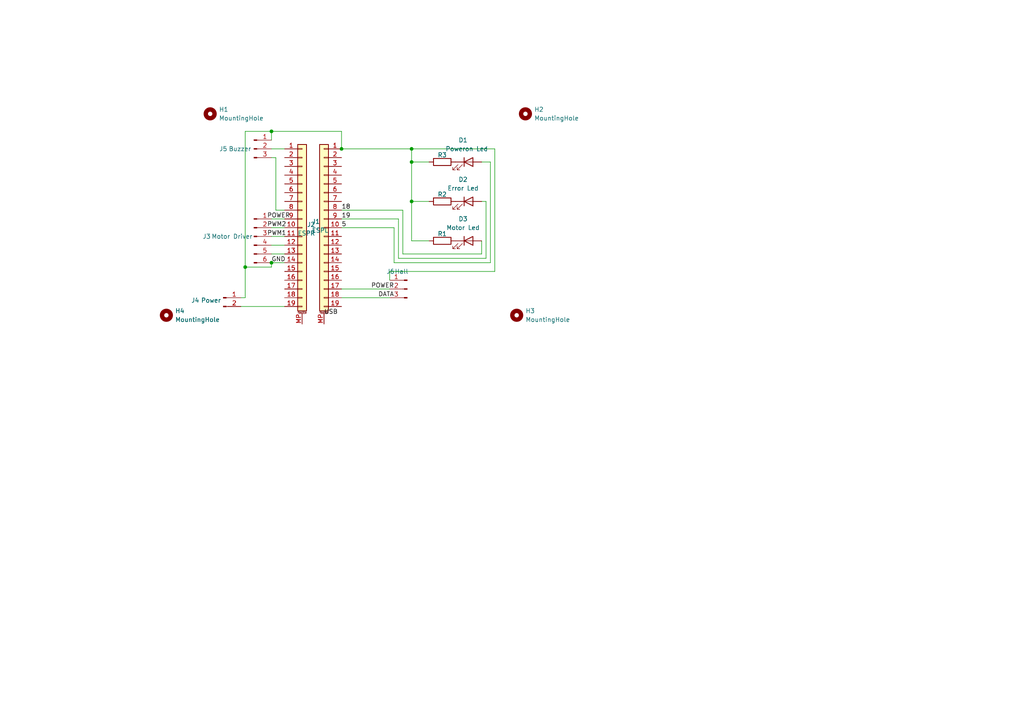
<source format=kicad_sch>
(kicad_sch (version 20231120) (generator "eeschema") (generator_version "8.0")
  (paper "A4")
  (lib_symbols
    (symbol "Connector:Conn_01x02_Pin" (pin_names (offset 1.016) hide)
      (property "Reference" "J" (at 0 2.54 0))
      (property "Value" "Conn_01x02_Pin" (at 0 -5.08 0))
      (symbol "Conn_01x02_Pin_1_1"
        (polyline (pts (xy 1.27 -2.54) (xy 0.8636 -2.54)) (stroke (width 0.1524)))
        (polyline (pts (xy 1.27 0) (xy 0.8636 0)) (stroke (width 0.1524)))
        (rectangle (start 0.8636 -2.413) (end 0 -2.667) (stroke (width 0.1524)) (fill (type outline)))
        (rectangle (start 0.8636 0.127) (end 0 -0.127) (stroke (width 0.1524)) (fill (type outline)))
        (pin passive line (at 5.08 0 180) (length 3.81) (name "Pin_1") (number "1"))
        (pin passive line (at 5.08 -2.54 180) (length 3.81) (name "Pin_2") (number "2"))
      )
    )
    (symbol "Connector:Conn_01x03_Pin" (pin_names (offset 1.016) hide)
      (property "Reference" "J" (at 0 5.08 0))
      (property "Value" "Conn_01x03_Pin" (at 0 -5.08 0))
      (symbol "Conn_01x03_Pin_1_1"
        (polyline (pts (xy 1.27 -2.54) (xy 0.8636 -2.54)) (stroke (width 0.1524)))
        (polyline (pts (xy 1.27 0) (xy 0.8636 0)) (stroke (width 0.1524)))
        (polyline (pts (xy 1.27 2.54) (xy 0.8636 2.54)) (stroke (width 0.1524)))
        (rectangle (start 0.8636 -2.413) (end 0 -2.667) (stroke (width 0.1524)) (fill (type outline)))
        (rectangle (start 0.8636 0.127) (end 0 -0.127) (stroke (width 0.1524)) (fill (type outline)))
        (rectangle (start 0.8636 2.667) (end 0 2.413) (stroke (width 0.1524)) (fill (type outline)))
        (pin passive line (at 5.08 2.54 180) (length 3.81) (name "Pin_1") (number "1"))
        (pin passive line (at 5.08 0 180) (length 3.81) (name "Pin_2") (number "2"))
        (pin passive line (at 5.08 -2.54 180) (length 3.81) (name "Pin_3") (number "3"))
      )
    )
    (symbol "Connector:Conn_01x06_Pin" (pin_names (offset 1.016) hide)
      (property "Reference" "J" (at 0 7.62 0))
      (property "Value" "Conn_01x06_Pin" (at 0 -10.16 0))
      (symbol "Conn_01x06_Pin_1_1"
        (polyline (pts (xy 1.27 -7.62) (xy 0.8636 -7.62)) (stroke (width 0.1524)))
        (polyline (pts (xy 1.27 -5.08) (xy 0.8636 -5.08)) (stroke (width 0.1524)))
        (polyline (pts (xy 1.27 -2.54) (xy 0.8636 -2.54)) (stroke (width 0.1524)))
        (polyline (pts (xy 1.27 0) (xy 0.8636 0)) (stroke (width 0.1524)))
        (polyline (pts (xy 1.27 2.54) (xy 0.8636 2.54)) (stroke (width 0.1524)))
        (polyline (pts (xy 1.27 5.08) (xy 0.8636 5.08)) (stroke (width 0.1524)))
        (rectangle (start 0.8636 -7.493) (end 0 -7.747) (stroke (width 0.1524)) (fill (type outline)))
        (rectangle (start 0.8636 -4.953) (end 0 -5.207) (stroke (width 0.1524)) (fill (type outline)))
        (rectangle (start 0.8636 -2.413) (end 0 -2.667) (stroke (width 0.1524)) (fill (type outline)))
        (rectangle (start 0.8636 0.127) (end 0 -0.127) (stroke (width 0.1524)) (fill (type outline)))
        (rectangle (start 0.8636 2.667) (end 0 2.413) (stroke (width 0.1524)) (fill (type outline)))
        (rectangle (start 0.8636 5.207) (end 0 4.953) (stroke (width 0.1524)) (fill (type outline)))
        (pin passive line (at 5.08 5.08 180) (length 3.81) (name "Pin_1") (number "1"))
        (pin passive line (at 5.08 2.54 180) (length 3.81) (name "Pin_2") (number "2"))
        (pin passive line (at 5.08 0 180) (length 3.81) (name "Pin_3") (number "3"))
        (pin passive line (at 5.08 -2.54 180) (length 3.81) (name "Pin_4") (number "4"))
        (pin passive line (at 5.08 -5.08 180) (length 3.81) (name "Pin_5") (number "5"))
        (pin passive line (at 5.08 -7.62 180) (length 3.81) (name "Pin_6") (number "6"))
      )
    )
    (symbol "Connector_Generic_MountingPin:Conn_01x19_MountingPin" (pin_names (offset 1.016) hide)
      (property "Reference" "J" (at 0 25.4 0))
      (property "Value" "Conn_01x19_MountingPin" (at 1.27 -25.4 0))
      (symbol "Conn_01x19_MountingPin_1_1"
        (rectangle (start -1.27 -22.733) (end 0 -22.987) (stroke (width 0.1524)))
        (rectangle (start -1.27 -20.193) (end 0 -20.447) (stroke (width 0.1524)))
        (rectangle (start -1.27 -17.653) (end 0 -17.907) (stroke (width 0.1524)))
        (rectangle (start -1.27 -15.113) (end 0 -15.367) (stroke (width 0.1524)))
        (rectangle (start -1.27 -12.573) (end 0 -12.827) (stroke (width 0.1524)))
        (rectangle (start -1.27 -10.033) (end 0 -10.287) (stroke (width 0.1524)))
        (rectangle (start -1.27 -7.493) (end 0 -7.747) (stroke (width 0.1524)))
        (rectangle (start -1.27 -4.953) (end 0 -5.207) (stroke (width 0.1524)))
        (rectangle (start -1.27 -2.413) (end 0 -2.667) (stroke (width 0.1524)))
        (rectangle (start -1.27 0.127) (end 0 -0.127) (stroke (width 0.1524)))
        (rectangle (start -1.27 2.667) (end 0 2.413) (stroke (width 0.1524)))
        (rectangle (start -1.27 5.207) (end 0 4.953) (stroke (width 0.1524)))
        (rectangle (start -1.27 7.747) (end 0 7.493) (stroke (width 0.1524)))
        (rectangle (start -1.27 10.287) (end 0 10.033) (stroke (width 0.1524)))
        (rectangle (start -1.27 12.827) (end 0 12.573) (stroke (width 0.1524)))
        (rectangle (start -1.27 15.367) (end 0 15.113) (stroke (width 0.1524)))
        (rectangle (start -1.27 17.907) (end 0 17.653) (stroke (width 0.1524)))
        (rectangle (start -1.27 20.447) (end 0 20.193) (stroke (width 0.1524)))
        (rectangle (start -1.27 22.987) (end 0 22.733) (stroke (width 0.1524)))
        (rectangle (start -1.27 24.13) (end 1.27 -24.13) (stroke (width 0.254)) (fill (type background)))
        (polyline (pts (xy -1.016 -24.892) (xy 1.016 -24.892)) (stroke (width 0.1524)))
        (text "Mounting" (at 0 -24.511 0) (effects (font (size 0.381 0.381))))
        (pin passive line (at -5.08 22.86 0) (length 3.81) (name "Pin_1") (number "1"))
        (pin passive line (at -5.08 0 0) (length 3.81) (name "Pin_10") (number "10"))
        (pin passive line (at -5.08 -2.54 0) (length 3.81) (name "Pin_11") (number "11"))
        (pin passive line (at -5.08 -5.08 0) (length 3.81) (name "Pin_12") (number "12"))
        (pin passive line (at -5.08 -7.62 0) (length 3.81) (name "Pin_13") (number "13"))
        (pin passive line (at -5.08 -10.16 0) (length 3.81) (name "Pin_14") (number "14"))
        (pin passive line (at -5.08 -12.7 0) (length 3.81) (name "Pin_15") (number "15"))
        (pin passive line (at -5.08 -15.24 0) (length 3.81) (name "Pin_16") (number "16"))
        (pin passive line (at -5.08 -17.78 0) (length 3.81) (name "Pin_17") (number "17"))
        (pin passive line (at -5.08 -20.32 0) (length 3.81) (name "Pin_18") (number "18"))
        (pin passive line (at -5.08 -22.86 0) (length 3.81) (name "Pin_19") (number "19"))
        (pin passive line (at -5.08 20.32 0) (length 3.81) (name "Pin_2") (number "2"))
        (pin passive line (at -5.08 17.78 0) (length 3.81) (name "Pin_3") (number "3"))
        (pin passive line (at -5.08 15.24 0) (length 3.81) (name "Pin_4") (number "4"))
        (pin passive line (at -5.08 12.7 0) (length 3.81) (name "Pin_5") (number "5"))
        (pin passive line (at -5.08 10.16 0) (length 3.81) (name "Pin_6") (number "6"))
        (pin passive line (at -5.08 7.62 0) (length 3.81) (name "Pin_7") (number "7"))
        (pin passive line (at -5.08 5.08 0) (length 3.81) (name "Pin_8") (number "8"))
        (pin passive line (at -5.08 2.54 0) (length 3.81) (name "Pin_9") (number "9"))
        (pin passive line (at 0 -27.94 90) (length 3.048) (name "MountPin") (number "MP"))
      )
    )
    (symbol "Device:LED" (pin_numbers hide) (pin_names (offset 1.016) hide)
      (property "Reference" "D" (at 0 2.54 0))
      (property "Value" "LED" (at 0 -2.54 0))
      (symbol "LED_0_1"
        (polyline (pts (xy -1.27 -1.27) (xy -1.27 1.27)) (stroke (width 0.254)))
        (polyline (pts (xy -1.27 0) (xy 1.27 0)))
        (polyline (pts (xy 1.27 -1.27) (xy 1.27 1.27) (xy -1.27 0) (xy 1.27 -1.27)) (stroke (width 0.254)))
        (polyline (pts (xy -3.048 -0.762) (xy -4.572 -2.286) (xy -3.81 -2.286) (xy -4.572 -2.286) (xy -4.572 -1.524)))
        (polyline (pts (xy -1.778 -0.762) (xy -3.302 -2.286) (xy -2.54 -2.286) (xy -3.302 -2.286) (xy -3.302 -1.524)))
      )
      (symbol "LED_1_1"
        (pin passive line (at -3.81 0 0) (length 2.54) (name "K") (number "1"))
        (pin passive line (at 3.81 0 180) (length 2.54) (name "A") (number "2"))
      )
    )
    (symbol "Device:R" (pin_numbers hide) (pin_names (offset 0))
      (property "Reference" "R" (at 2.032 0 90))
      (property "Value" "R" (at 0 0 90))
      (symbol "R_0_1"
        (rectangle (start -1.016 -2.54) (end 1.016 2.54) (stroke (width 0.254)))
      )
      (symbol "R_1_1"
        (pin passive line (at 0 3.81 270) (length 1.27) (name "~") (number "1"))
        (pin passive line (at 0 -3.81 90) (length 1.27) (name "~") (number "2"))
      )
    )
    (symbol "Mechanical:MountingHole" (pin_names (offset 1.016)) (exclude_from_sim yes) (in_bom no)
      (property "Reference" "H" (at 0 5.08 0))
      (property "Value" "MountingHole" (at 0 3.175 0))
      (symbol "MountingHole_0_1"
        (circle (center 0 0) (radius 1.27) (stroke (width 1.27)))
      )
    )
  )
  (junction (at 119.38 58.42))
  (junction (at 78.74 76.2))
  (junction (at 119.38 43.18))
  (junction (at 119.38 46.99))
  (junction (at 71.12 77.47))
  (junction (at 99.06 43.18))
  (junction (at 78.74 38.1))
  (wire (pts (xy 142.24 46.99) (xy 142.24 76.2)))
  (wire (pts (xy 78.74 66.04) (xy 82.55 66.04)))
  (wire (pts (xy 115.57 74.93) (xy 115.57 63.5)))
  (wire (pts (xy 78.74 73.66) (xy 82.55 73.66)))
  (wire (pts (xy 140.97 58.42) (xy 140.97 74.93)))
  (wire (pts (xy 71.12 86.36) (xy 71.12 77.47)))
  (wire (pts (xy 119.38 58.42) (xy 119.38 46.99)))
  (wire (pts (xy 119.38 58.42) (xy 119.38 69.85)))
  (wire (pts (xy 99.06 63.5) (xy 115.57 63.5)))
  (wire (pts (xy 99.06 43.18) (xy 99.06 38.1)))
  (wire (pts (xy 78.74 76.2) (xy 82.55 76.2)))
  (wire (pts (xy 71.12 77.47) (xy 78.74 77.47)))
  (wire (pts (xy 80.01 60.96) (xy 82.55 60.96)))
  (wire (pts (xy 143.51 78.74) (xy 143.51 43.18)))
  (wire (pts (xy 69.85 86.36) (xy 71.12 86.36)))
  (wire (pts (xy 78.74 45.72) (xy 80.01 45.72)))
  (wire (pts (xy 139.7 73.66) (xy 116.84 73.66)))
  (wire (pts (xy 143.51 43.18) (xy 119.38 43.18)))
  (wire (pts (xy 124.46 69.85) (xy 119.38 69.85)))
  (wire (pts (xy 78.74 38.1) (xy 71.12 38.1)))
  (wire (pts (xy 113.03 78.74) (xy 143.51 78.74)))
  (wire (pts (xy 114.3 76.2) (xy 114.3 66.04)))
  (wire (pts (xy 142.24 76.2) (xy 114.3 76.2)))
  (wire (pts (xy 71.12 38.1) (xy 71.12 77.47)))
  (wire (pts (xy 99.06 43.18) (xy 119.38 43.18)))
  (wire (pts (xy 78.74 76.2) (xy 78.74 77.47)))
  (wire (pts (xy 78.74 63.5) (xy 82.55 63.5)))
  (wire (pts (xy 113.03 81.28) (xy 113.03 78.74)))
  (wire (pts (xy 69.85 88.9) (xy 82.55 88.9)))
  (wire (pts (xy 116.84 73.66) (xy 116.84 60.96)))
  (wire (pts (xy 139.7 69.85) (xy 139.7 73.66)))
  (wire (pts (xy 99.06 38.1) (xy 78.74 38.1)))
  (wire (pts (xy 78.74 40.64) (xy 78.74 38.1)))
  (wire (pts (xy 124.46 58.42) (xy 119.38 58.42)))
  (wire (pts (xy 99.06 66.04) (xy 114.3 66.04)))
  (wire (pts (xy 99.06 60.96) (xy 116.84 60.96)))
  (wire (pts (xy 139.7 46.99) (xy 142.24 46.99)))
  (wire (pts (xy 78.74 43.18) (xy 82.55 43.18)))
  (wire (pts (xy 140.97 74.93) (xy 115.57 74.93)))
  (wire (pts (xy 99.06 83.82) (xy 113.03 83.82)))
  (wire (pts (xy 80.01 45.72) (xy 80.01 60.96)))
  (wire (pts (xy 124.46 46.99) (xy 119.38 46.99)))
  (wire (pts (xy 78.74 71.12) (xy 82.55 71.12)))
  (wire (pts (xy 119.38 46.99) (xy 119.38 43.18)))
  (wire (pts (xy 78.74 68.58) (xy 82.55 68.58)))
  (wire (pts (xy 139.7 58.42) (xy 140.97 58.42)))
  (wire (pts (xy 99.06 86.36) (xy 113.03 86.36)))
  (label "USB" (at 93.98 91.44 0))
  (label "19" (at 99.06 63.5 0))
  (label "PWM2" (at 77.47 66.04 0))
  (label "DATA" (at 114.3 86.36 180))
  (label "PWM1" (at 77.47 68.58 0))
  (label "POWER" (at 77.47 63.5 0))
  (label "POWER" (at 114.3 83.82 180))
  (label "GND" (at 78.74 76.2 0))
  (label "5" (at 99.06 66.04 0))
  (label "18" (at 99.06 60.96 0))
  (symbol (lib_id "Connector:Conn_01x03_Pin") (at 118.11 83.82 0) (mirror y) (unit 1)
    (property "Reference" "J6" (at 113.284 78.74 0))
    (property "Value" "Hall" (at 116.459 78.74 0))
    (property "Footprint" "Connector_PinHeader_2.54mm:PinHeader_1x03_P2.54mm_Vertical" (effects (hide yes)))
    (property "Description" "Generic connector, single row, 01x03, script generated" (effects (hide yes)))
  )
  (symbol (lib_id "Mechanical:MountingHole") (at 152.4 33.02 0) (unit 1) (exclude_from_sim yes) (in_bom no)
    (property "Reference" "H2" (at 154.94 31.7499 0) (effects (justify left)))
    (property "Value" "MountingHole" (at 154.94 34.2899 0) (effects (justify left)))
    (property "Footprint" "MountingHole:MountingHole_2.5mm" (effects (hide yes)))
    (property "Description" "Mounting Hole without connection" (effects (hide yes)))
  )
  (symbol (lib_id "Device:R") (at 128.27 46.99 90) (unit 1)
    (property "Reference" "R3" (at 128.27 44.958 90))
    (property "Value" "R" (effects (hide yes)))
    (property "Footprint" "Resistor_SMD:R_0805_2012Metric_Pad1.20x1.40mm_HandSolder" (effects (hide yes)))
    (property "Description" "Resistor" (effects (hide yes)))
  )
  (symbol (lib_id "Connector:Conn_01x03_Pin") (at 73.66 43.18 0) (unit 1)
    (property "Reference" "J5" (at 64.77 43.18 0))
    (property "Value" "Buzzer" (at 69.596 43.18 0))
    (property "Footprint" "Connector_PinHeader_2.54mm:PinHeader_1x03_P2.54mm_Vertical" (effects (hide yes)))
    (property "Description" "Generic connector, single row, 01x03, script generated" (effects (hide yes)))
  )
  (symbol (lib_id "Connector_Generic_MountingPin:Conn_01x19_MountingPin") (at 87.63 66.04 0) (unit 1)
    (property "Reference" "J1" (at 90.424 64.262 0) (effects (justify left)))
    (property "Value" "ESPL" (at 90.424 66.802 0) (effects (justify left)))
    (property "Footprint" "Connector_PinHeader_2.54mm:PinHeader_1x19_P2.54mm_Vertical" (effects (hide yes)))
    (property "Description" "Generic connectable mounting pin connector, single row, 01x19, script generated (kicad-library-utils/schlib/autogen/connector/)" (effects (hide yes)))
  )
  (symbol (lib_id "Connector:Conn_01x06_Pin") (at 73.66 68.58 0) (unit 1)
    (property "Reference" "J3" (at 59.944 68.58 0))
    (property "Value" "Motor Driver" (at 67.31 68.58 0))
    (property "Footprint" "Connector_PinHeader_2.54mm:PinHeader_1x06_P2.54mm_Vertical" (effects (hide yes)))
    (property "Description" "Generic connector, single row, 01x06, script generated" (effects (hide yes)))
  )
  (symbol (lib_id "Mechanical:MountingHole") (at 48.26 91.44 0) (unit 1) (exclude_from_sim yes) (in_bom no)
    (property "Reference" "H4" (at 50.8 90.1699 0) (effects (justify left)))
    (property "Value" "MountingHole" (at 50.8 92.7099 0) (effects (justify left)))
    (property "Footprint" "MountingHole:MountingHole_2.5mm" (effects (hide yes)))
    (property "Description" "Mounting Hole without connection" (effects (hide yes)))
  )
  (symbol (lib_id "Device:LED") (at 135.89 46.99 0) (unit 1)
    (property "Reference" "D1" (at 134.3025 40.64 0))
    (property "Value" "Poweron Led" (at 135.382 43.18 0))
    (property "Footprint" "LED_SMD:LED_0805_2012Metric_Pad1.15x1.40mm_HandSolder" (effects (hide yes)))
    (property "Description" "Light emitting diode" (effects (hide yes)))
  )
  (symbol (lib_id "Device:R") (at 128.27 69.85 90) (unit 1)
    (property "Reference" "R1" (at 128.27 67.818 90))
    (property "Value" "R" (effects (hide yes)))
    (property "Footprint" "Resistor_SMD:R_0805_2012Metric_Pad1.20x1.40mm_HandSolder" (effects (hide yes)))
    (property "Description" "Resistor" (effects (hide yes)))
  )
  (symbol (lib_id "Mechanical:MountingHole") (at 149.86 91.44 0) (unit 1) (exclude_from_sim yes) (in_bom no)
    (property "Reference" "H3" (at 152.4 90.1699 0) (effects (justify left)))
    (property "Value" "MountingHole" (at 152.4 92.7099 0) (effects (justify left)))
    (property "Footprint" "MountingHole:MountingHole_2.5mm" (effects (hide yes)))
    (property "Description" "Mounting Hole without connection" (effects (hide yes)))
  )
  (symbol (lib_id "Connector_Generic_MountingPin:Conn_01x19_MountingPin") (at 93.98 66.04 0) (mirror y) (unit 1)
    (property "Reference" "J2" (at 91.44 65.1255 0) (effects (justify left)))
    (property "Value" "ESPR" (at 91.44 67.6655 0) (effects (justify left)))
    (property "Footprint" "Connector_PinHeader_2.54mm:PinHeader_1x19_P2.54mm_Vertical" (effects (hide yes)))
    (property "Description" "Generic connectable mounting pin connector, single row, 01x19, script generated (kicad-library-utils/schlib/autogen/connector/)" (effects (hide yes)))
  )
  (symbol (lib_id "Device:LED") (at 135.89 69.85 0) (unit 1)
    (property "Reference" "D3" (at 134.3025 63.5 0))
    (property "Value" "Motor Led" (at 134.3025 66.04 0))
    (property "Footprint" "LED_SMD:LED_0805_2012Metric_Pad1.15x1.40mm_HandSolder" (effects (hide yes)))
    (property "Description" "Light emitting diode" (effects (hide yes)))
  )
  (symbol (lib_id "Device:R") (at 128.27 58.42 90) (unit 1)
    (property "Reference" "R2" (at 128.27 56.388 90))
    (property "Value" "R" (effects (hide yes)))
    (property "Footprint" "Resistor_SMD:R_0805_2012Metric_Pad1.20x1.40mm_HandSolder" (effects (hide yes)))
    (property "Description" "Resistor" (effects (hide yes)))
  )
  (symbol (lib_id "Connector:Conn_01x02_Pin") (at 64.77 86.36 0) (unit 1)
    (property "Reference" "J4" (at 56.642 87.122 0))
    (property "Value" "Power" (at 61.214 87.122 0))
    (property "Footprint" "Connector_PinHeader_2.54mm:PinHeader_1x02_P2.54mm_Vertical" (effects (hide yes)))
    (property "Description" "Generic connector, single row, 01x02, script generated" (effects (hide yes)))
  )
  (symbol (lib_id "Mechanical:MountingHole") (at 60.96 33.02 0) (unit 1) (exclude_from_sim yes) (in_bom no)
    (property "Reference" "H1" (at 63.5 31.7499 0) (effects (justify left)))
    (property "Value" "MountingHole" (at 63.5 34.2899 0) (effects (justify left)))
    (property "Footprint" "MountingHole:MountingHole_2.5mm" (effects (hide yes)))
    (property "Description" "Mounting Hole without connection" (effects (hide yes)))
  )
  (symbol (lib_id "Device:LED") (at 135.89 58.42 0) (unit 1)
    (property "Reference" "D2" (at 134.3025 52.07 0))
    (property "Value" "Error Led" (at 134.3025 54.61 0))
    (property "Footprint" "LED_SMD:LED_0805_2012Metric_Pad1.15x1.40mm_HandSolder" (effects (hide yes)))
    (property "Description" "Light emitting diode" (effects (hide yes)))
  )
)
</source>
